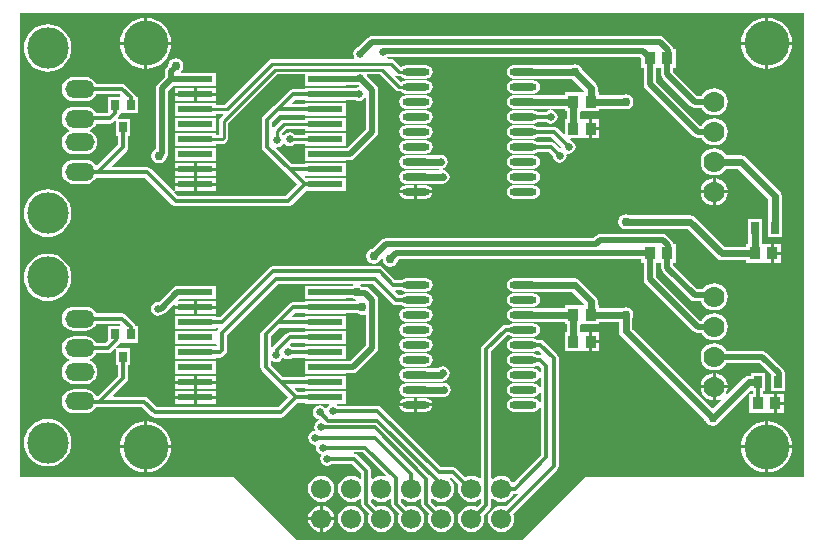
<source format=gtl>
G04*
G04 #@! TF.GenerationSoftware,Altium Limited,Altium Designer,20.0.13 (296)*
G04*
G04 Layer_Physical_Order=1*
G04 Layer_Color=255*
%FSLAX44Y44*%
%MOMM*%
G71*
G01*
G75*
%ADD10C,0.2540*%
%ADD29R,0.9000X1.1000*%
%ADD30R,0.7000X0.9000*%
%ADD31R,0.9500X1.0500*%
%ADD32R,0.7000X1.0000*%
%ADD33R,3.0000X0.5500*%
%ADD34O,2.3000X0.6000*%
%ADD35C,0.5080*%
%ADD36C,0.3048*%
%ADD37C,0.6096*%
%ADD38C,0.3556*%
%ADD39C,0.6350*%
%ADD40C,3.8100*%
%ADD41C,1.7780*%
%ADD42C,1.7000*%
%ADD43C,3.5000*%
%ADD44O,2.5000X1.5240*%
%ADD45C,0.7620*%
G36*
X664210Y0D02*
X478790D01*
X425450Y-53340D01*
X234950D01*
X181610Y0D01*
X0D01*
Y392430D01*
X664210D01*
Y0D01*
D02*
G37*
%LPC*%
G36*
X633730Y388599D02*
Y368300D01*
X654029D01*
X653738Y371262D01*
X652503Y375332D01*
X650498Y379083D01*
X647800Y382370D01*
X644513Y385068D01*
X640762Y387073D01*
X636692Y388308D01*
X633730Y388599D01*
D02*
G37*
G36*
X631190D02*
X628228Y388308D01*
X624158Y387073D01*
X620407Y385068D01*
X617120Y382370D01*
X614422Y379083D01*
X612417Y375332D01*
X611182Y371262D01*
X610891Y368300D01*
X631190D01*
Y388599D01*
D02*
G37*
G36*
X107950D02*
Y368300D01*
X128249D01*
X127958Y371262D01*
X126723Y375332D01*
X124718Y379083D01*
X122020Y382370D01*
X118733Y385068D01*
X114982Y387073D01*
X110912Y388308D01*
X107950Y388599D01*
D02*
G37*
G36*
X105410D02*
X102448Y388308D01*
X98378Y387073D01*
X94627Y385068D01*
X91340Y382370D01*
X88642Y379083D01*
X86637Y375332D01*
X85402Y371262D01*
X85111Y368300D01*
X105410D01*
Y388599D01*
D02*
G37*
G36*
X654029Y365760D02*
X633730D01*
Y345461D01*
X636692Y345752D01*
X640762Y346987D01*
X644513Y348992D01*
X647800Y351690D01*
X650498Y354977D01*
X652503Y358728D01*
X653738Y362798D01*
X654029Y365760D01*
D02*
G37*
G36*
X631190D02*
X610891D01*
X611182Y362798D01*
X612417Y358728D01*
X614422Y354977D01*
X617120Y351690D01*
X620407Y348992D01*
X624158Y346987D01*
X628228Y345752D01*
X631190Y345461D01*
Y365760D01*
D02*
G37*
G36*
X128249D02*
X107950D01*
Y345461D01*
X110912Y345752D01*
X114982Y346987D01*
X118733Y348992D01*
X122020Y351690D01*
X124718Y354977D01*
X126723Y358728D01*
X127958Y362798D01*
X128249Y365760D01*
D02*
G37*
G36*
X105410D02*
X85111D01*
X85402Y362798D01*
X86637Y358728D01*
X88642Y354977D01*
X91340Y351690D01*
X94627Y348992D01*
X98378Y346987D01*
X102448Y345752D01*
X105410Y345461D01*
Y365760D01*
D02*
G37*
G36*
X23700Y383347D02*
X19771Y382960D01*
X15994Y381814D01*
X12513Y379953D01*
X9461Y377449D01*
X6957Y374398D01*
X5096Y370916D01*
X3950Y367138D01*
X3563Y363210D01*
X3950Y359282D01*
X5096Y355504D01*
X6957Y352023D01*
X9461Y348971D01*
X12513Y346467D01*
X15994Y344606D01*
X19771Y343460D01*
X23700Y343073D01*
X27629Y343460D01*
X31406Y344606D01*
X34887Y346467D01*
X37939Y348971D01*
X40443Y352023D01*
X42304Y355504D01*
X43450Y359282D01*
X43837Y363210D01*
X43450Y367138D01*
X42304Y370916D01*
X40443Y374398D01*
X37939Y377449D01*
X34887Y379953D01*
X31406Y381814D01*
X27629Y382960D01*
X23700Y383347D01*
D02*
G37*
G36*
X132080Y354454D02*
X129602Y353962D01*
X127502Y352558D01*
X126098Y350458D01*
X125646Y348184D01*
X124607Y347145D01*
X123485Y345465D01*
X123090Y343483D01*
Y338695D01*
X116987Y332593D01*
X115865Y330912D01*
X115471Y328930D01*
Y277653D01*
X113532Y276358D01*
X112128Y274258D01*
X111636Y271780D01*
X112128Y269302D01*
X113532Y267202D01*
X115632Y265798D01*
X118110Y265306D01*
X120588Y265798D01*
X122688Y267202D01*
X124092Y269302D01*
X124382Y270761D01*
X125435Y272338D01*
X125829Y274320D01*
Y326785D01*
X130107Y331062D01*
X131295Y331260D01*
X131295Y331260D01*
X131295Y331260D01*
X166375D01*
Y341840D01*
X136607D01*
X136221Y343110D01*
X136658Y343402D01*
X138062Y345502D01*
X138554Y347980D01*
X138062Y350458D01*
X136658Y352558D01*
X134558Y353962D01*
X132080Y354454D01*
D02*
G37*
G36*
X469900Y349374D02*
X467422Y348882D01*
X466997Y348597D01*
X426500D01*
X426254Y348549D01*
X418000D01*
X415838Y348119D01*
X414006Y346894D01*
X412781Y345062D01*
X412351Y342900D01*
X412781Y340738D01*
X414006Y338906D01*
X415838Y337681D01*
X418000Y337252D01*
X426254D01*
X426500Y337202D01*
X466997D01*
X467422Y336918D01*
X467924Y336819D01*
X477933Y326810D01*
X477763Y325540D01*
X475790Y325540D01*
X475440Y325540D01*
X461710D01*
Y323198D01*
X426500D01*
X426254Y323148D01*
X418000D01*
X415838Y322719D01*
X414006Y321494D01*
X412781Y319662D01*
X412351Y317500D01*
X412781Y315338D01*
X414006Y313506D01*
X415838Y312281D01*
X418000Y311852D01*
X426254D01*
X426500Y311803D01*
X448980D01*
X449105Y310533D01*
X448844Y310481D01*
X447350Y310183D01*
X445495Y308944D01*
X438770D01*
X437162Y310019D01*
X435000Y310448D01*
X418000D01*
X415838Y310019D01*
X414006Y308794D01*
X412781Y306962D01*
X412351Y304800D01*
X412781Y302638D01*
X414006Y300806D01*
X415838Y299581D01*
X418000Y299151D01*
X435000D01*
X437162Y299581D01*
X438770Y300656D01*
X445495D01*
X447350Y299417D01*
X449580Y298973D01*
X451810Y299417D01*
X453700Y300680D01*
X454963Y302570D01*
X455407Y304800D01*
X454963Y307030D01*
X453700Y308920D01*
X451810Y310183D01*
X450316Y310481D01*
X450055Y310533D01*
X450180Y311803D01*
X461710D01*
Y309460D01*
X463052D01*
Y302680D01*
X461710D01*
Y290396D01*
X460537Y289909D01*
X455233Y295213D01*
X453805Y296168D01*
X452120Y296503D01*
X438383D01*
X437162Y297319D01*
X435000Y297749D01*
X418000D01*
X415838Y297319D01*
X414006Y296094D01*
X412781Y294262D01*
X412351Y292100D01*
X412781Y289938D01*
X414006Y288106D01*
X415838Y286881D01*
X418000Y286451D01*
X435000D01*
X437162Y286881D01*
X438383Y287697D01*
X450296D01*
X458648Y279346D01*
X458147Y278170D01*
X458041Y278088D01*
X457100Y278106D01*
X452693Y282513D01*
X451265Y283468D01*
X449580Y283803D01*
X438383D01*
X437162Y284619D01*
X435000Y285049D01*
X418000D01*
X415838Y284619D01*
X414006Y283394D01*
X412781Y281562D01*
X412351Y279400D01*
X412781Y277238D01*
X414006Y275406D01*
X415838Y274181D01*
X418000Y273752D01*
X435000D01*
X437162Y274181D01*
X438383Y274997D01*
X447756D01*
X451472Y271282D01*
X451817Y269550D01*
X453080Y267660D01*
X454970Y266397D01*
X457200Y265953D01*
X459430Y266397D01*
X461320Y267660D01*
X462583Y269550D01*
X463027Y271780D01*
X462850Y272670D01*
X463930Y273750D01*
X464820Y273573D01*
X467050Y274017D01*
X468940Y275280D01*
X470203Y277170D01*
X470647Y279400D01*
X470203Y281630D01*
X468940Y283520D01*
X467050Y284783D01*
X466198Y284953D01*
X465980Y285330D01*
X466714Y286600D01*
X475440D01*
X475790Y286600D01*
X476710D01*
X477060Y286600D01*
X482480D01*
Y294640D01*
Y302680D01*
X477060D01*
X476710Y302680D01*
X475718D01*
X474448Y303350D01*
Y308562D01*
X475345Y309460D01*
X476710Y309460D01*
X477060Y309460D01*
X490790D01*
Y311803D01*
X510177D01*
X510602Y311518D01*
X513080Y311026D01*
X515558Y311518D01*
X517658Y312922D01*
X519062Y315022D01*
X519554Y317500D01*
X519062Y319978D01*
X517658Y322078D01*
X515558Y323482D01*
X513080Y323974D01*
X510602Y323482D01*
X510177Y323198D01*
X490790D01*
Y325540D01*
X489448D01*
Y329050D01*
X489014Y331230D01*
X487779Y333079D01*
X475981Y344876D01*
X475882Y345378D01*
X474478Y347478D01*
X472378Y348882D01*
X469900Y349374D01*
D02*
G37*
G36*
X166375Y329140D02*
X150105D01*
Y325120D01*
X166375D01*
Y329140D01*
D02*
G37*
G36*
X147565D02*
X131295D01*
Y325120D01*
X147565D01*
Y329140D01*
D02*
G37*
G36*
X435000Y335849D02*
X418000D01*
X415838Y335419D01*
X414006Y334194D01*
X412781Y332362D01*
X412351Y330200D01*
X412781Y328038D01*
X414006Y326206D01*
X415838Y324981D01*
X418000Y324552D01*
X435000D01*
X437162Y324981D01*
X438994Y326206D01*
X440219Y328038D01*
X440648Y330200D01*
X440219Y332362D01*
X438994Y334194D01*
X437162Y335419D01*
X435000Y335849D01*
D02*
G37*
G36*
X166375Y322580D02*
X150105D01*
Y318560D01*
X166375D01*
Y322580D01*
D02*
G37*
G36*
X147565D02*
X131295D01*
Y318560D01*
X147565D01*
Y322580D01*
D02*
G37*
G36*
X344000Y323148D02*
X327000D01*
X324838Y322719D01*
X323006Y321494D01*
X321781Y319662D01*
X321352Y317500D01*
X321781Y315338D01*
X323006Y313506D01*
X324838Y312281D01*
X327000Y311852D01*
X344000D01*
X346162Y312281D01*
X347994Y313506D01*
X349219Y315338D01*
X349649Y317500D01*
X349219Y319662D01*
X347994Y321494D01*
X346162Y322719D01*
X344000Y323148D01*
D02*
G37*
G36*
X541854Y373479D02*
X298450D01*
X296468Y373085D01*
X294788Y371963D01*
X286420Y363595D01*
X286060Y363523D01*
X284170Y362260D01*
X282907Y360370D01*
X282463Y358140D01*
X282907Y355910D01*
X283488Y355040D01*
X282809Y353770D01*
X213995D01*
X212508Y353474D01*
X211248Y352632D01*
X173651Y315035D01*
X166375D01*
Y316440D01*
X131295D01*
Y305860D01*
X166375D01*
Y307265D01*
X171842D01*
X172328Y306092D01*
X169973Y303737D01*
X169131Y302477D01*
X168835Y300990D01*
Y289635D01*
X166375D01*
Y291040D01*
X131295D01*
Y280460D01*
X166375D01*
Y281865D01*
X171232D01*
X172719Y282161D01*
X173979Y283003D01*
X175467Y284491D01*
X176309Y285751D01*
X176605Y287238D01*
Y299381D01*
X218144Y340920D01*
X241295D01*
Y331260D01*
X276375D01*
Y331371D01*
X286676D01*
X286954Y331426D01*
X287433Y330890D01*
X287209Y330233D01*
X286845Y329642D01*
X284790Y329233D01*
X284485Y329030D01*
X276375D01*
Y329140D01*
X241295D01*
Y328253D01*
X231140D01*
X229455Y327918D01*
X228027Y326963D01*
X215327Y314263D01*
X206437Y305373D01*
X205483Y303945D01*
X205147Y302260D01*
Y279400D01*
X205483Y277715D01*
X206437Y276287D01*
X225487Y257237D01*
X235074Y247650D01*
X225506Y238083D01*
X133904D01*
X130614Y241372D01*
X131422Y242360D01*
X132512Y242360D01*
X147565D01*
Y246380D01*
X131295D01*
Y243623D01*
X131295Y242487D01*
X130307Y241679D01*
X111063Y260923D01*
X109635Y261877D01*
X107950Y262213D01*
X78328D01*
X77842Y263386D01*
X90743Y276287D01*
X90743Y276287D01*
X91698Y277715D01*
X92033Y279400D01*
X92033Y279400D01*
Y288920D01*
X93670D01*
Y303000D01*
X83556D01*
X83069Y304173D01*
X84243Y305347D01*
X85197Y306775D01*
X85425Y307920D01*
X87170D01*
X87170Y307920D01*
X88090D01*
Y307920D01*
X88440Y307920D01*
X100170D01*
Y322000D01*
X98245D01*
X98048Y322995D01*
X97093Y324423D01*
X90193Y331323D01*
X88765Y332277D01*
X87080Y332613D01*
X64854D01*
X64555Y333334D01*
X62926Y335456D01*
X60804Y337085D01*
X58332Y338108D01*
X55680Y338458D01*
X45920D01*
X43268Y338108D01*
X40796Y337085D01*
X38674Y335456D01*
X37045Y333334D01*
X36021Y330862D01*
X35672Y328210D01*
X36021Y325558D01*
X37045Y323086D01*
X38674Y320964D01*
X40796Y319335D01*
X43268Y318312D01*
X45920Y317962D01*
X55680D01*
X58332Y318312D01*
X60804Y319335D01*
X62926Y320964D01*
X64555Y323086D01*
X64854Y323807D01*
X84865D01*
X85281Y323270D01*
X84657Y322000D01*
X75090D01*
Y308646D01*
X74376Y307933D01*
X64721D01*
X64555Y308334D01*
X62926Y310456D01*
X60804Y312085D01*
X58332Y313109D01*
X55680Y313458D01*
X45920D01*
X43268Y313109D01*
X40796Y312085D01*
X38674Y310456D01*
X37045Y308334D01*
X36021Y305862D01*
X35672Y303210D01*
X36021Y300558D01*
X37045Y298086D01*
X38674Y295964D01*
X40796Y294335D01*
X41853Y293897D01*
Y292523D01*
X40796Y292085D01*
X38674Y290456D01*
X37045Y288334D01*
X36021Y285862D01*
X35672Y283210D01*
X36021Y280558D01*
X37045Y278086D01*
X38674Y275964D01*
X40796Y274335D01*
X43268Y273312D01*
X45920Y272962D01*
X55680D01*
X58332Y273312D01*
X60804Y274335D01*
X62926Y275964D01*
X64555Y278086D01*
X65578Y280558D01*
X65928Y283210D01*
X65578Y285862D01*
X64555Y288334D01*
X62926Y290456D01*
X60804Y292085D01*
X59747Y292523D01*
Y293897D01*
X60804Y294335D01*
X62926Y295964D01*
X64555Y298086D01*
X64986Y299127D01*
X76200D01*
X77885Y299463D01*
X79313Y300417D01*
X80417Y301521D01*
X81590Y301035D01*
Y288920D01*
X83227D01*
Y281224D01*
X65678Y263674D01*
X64115Y263907D01*
X62926Y265456D01*
X60804Y267085D01*
X58332Y268109D01*
X55680Y268458D01*
X45920D01*
X43268Y268109D01*
X40796Y267085D01*
X38674Y265456D01*
X37045Y263334D01*
X36021Y260862D01*
X35672Y258210D01*
X36021Y255558D01*
X37045Y253086D01*
X38674Y250964D01*
X40796Y249335D01*
X43268Y248312D01*
X45920Y247962D01*
X55680D01*
X58332Y248312D01*
X60804Y249335D01*
X62926Y250964D01*
X64555Y253086D01*
X64688Y253407D01*
X106126D01*
X128967Y230567D01*
X130395Y229613D01*
X132080Y229277D01*
X227330D01*
X229015Y229613D01*
X230443Y230567D01*
X242236Y242360D01*
X276375D01*
Y252940D01*
X242236D01*
X241386Y253790D01*
X241912Y255060D01*
X276375D01*
Y265640D01*
X241295D01*
Y264753D01*
X230424D01*
X217246Y277930D01*
X217872Y279100D01*
X218023Y279070D01*
X220253Y279514D01*
X222143Y280777D01*
X222833Y281809D01*
X224360D01*
X224480Y281630D01*
X226370Y280367D01*
X228600Y279923D01*
X230830Y280367D01*
X232720Y281630D01*
X232878Y281865D01*
X241295D01*
Y280460D01*
X276375D01*
Y291040D01*
X241295D01*
Y289635D01*
X232878D01*
X232720Y289870D01*
X230830Y291133D01*
X228600Y291577D01*
X226370Y291133D01*
X224480Y289870D01*
X224110Y289317D01*
X222667Y289207D01*
X221908Y289961D01*
Y291344D01*
X225129Y294565D01*
X241295D01*
Y293160D01*
X276375D01*
Y303740D01*
X241295D01*
Y302335D01*
X223520D01*
X222033Y302039D01*
X220773Y301197D01*
X215276Y295700D01*
X215223Y295620D01*
X213953Y296005D01*
Y300436D01*
X220264Y306747D01*
X241295D01*
Y305860D01*
X276375D01*
Y316440D01*
X241295D01*
Y315553D01*
X230728D01*
X230242Y316726D01*
X232964Y319447D01*
X241295D01*
Y318560D01*
X276375D01*
Y318671D01*
X284485D01*
X284790Y318467D01*
X287020Y318023D01*
X289250Y318467D01*
X291140Y319730D01*
X292001Y321017D01*
X293270Y320632D01*
Y294245D01*
X277563Y278538D01*
X276375Y278340D01*
X276375Y278340D01*
X276375Y278340D01*
X241295D01*
Y267760D01*
X276375D01*
Y267871D01*
X279400D01*
X281382Y268265D01*
X283062Y269387D01*
X302113Y288438D01*
X303235Y290118D01*
X303629Y292100D01*
Y327660D01*
X303235Y329642D01*
X302113Y331323D01*
X293785Y339650D01*
X293790Y339762D01*
X294503Y340920D01*
X305096D01*
X318563Y327453D01*
X319823Y326611D01*
X321310Y326315D01*
X322933D01*
X323006Y326206D01*
X324838Y324981D01*
X327000Y324552D01*
X344000D01*
X346162Y324981D01*
X347994Y326206D01*
X349219Y328038D01*
X349649Y330200D01*
X349219Y332362D01*
X347994Y334194D01*
X346162Y335419D01*
X344000Y335849D01*
X327000D01*
X324838Y335419D01*
X323006Y334194D01*
X322042Y334961D01*
X318005Y338999D01*
X318815Y339985D01*
X319823Y339311D01*
X321310Y339015D01*
X322933D01*
X323006Y338906D01*
X324838Y337681D01*
X327000Y337252D01*
X344000D01*
X346162Y337681D01*
X347994Y338906D01*
X349219Y340738D01*
X349649Y342900D01*
X349219Y345062D01*
X347994Y346894D01*
X346162Y348119D01*
X344000Y348549D01*
X327000D01*
X324838Y348119D01*
X323006Y346894D01*
X322042Y347661D01*
X317072Y352632D01*
X315812Y353474D01*
X314325Y353770D01*
X311993D01*
X311429Y355040D01*
X311846Y355500D01*
X525273D01*
X526480Y354294D01*
Y346539D01*
X528591D01*
Y332369D01*
X528985Y330387D01*
X530107Y328706D01*
X570378Y288436D01*
X572058Y287313D01*
X574040Y286919D01*
X577784D01*
X578026Y286334D01*
X579858Y283947D01*
X582246Y282115D01*
X585026Y280963D01*
X588010Y280570D01*
X590994Y280963D01*
X593774Y282115D01*
X596162Y283947D01*
X597994Y286334D01*
X599146Y289115D01*
X599539Y292099D01*
X599146Y295083D01*
X597994Y297863D01*
X596162Y300251D01*
X593774Y302083D01*
X590994Y303235D01*
X588010Y303627D01*
X585026Y303235D01*
X582246Y302083D01*
X579858Y300251D01*
X578026Y297863D01*
X577784Y297278D01*
X576185D01*
X538950Y334514D01*
Y346539D01*
X543091D01*
Y340729D01*
X543485Y338747D01*
X544608Y337066D01*
X567837Y313836D01*
X569518Y312714D01*
X571500Y312319D01*
X577784D01*
X578026Y311734D01*
X579858Y309347D01*
X582246Y307515D01*
X585026Y306363D01*
X588010Y305970D01*
X590994Y306363D01*
X593774Y307515D01*
X596162Y309347D01*
X597994Y311734D01*
X599146Y314515D01*
X599539Y317499D01*
X599146Y320483D01*
X597994Y323263D01*
X596162Y325651D01*
X593774Y327483D01*
X590994Y328634D01*
X588010Y329027D01*
X585026Y328634D01*
X582246Y327483D01*
X579858Y325651D01*
X578026Y323263D01*
X577784Y322678D01*
X573645D01*
X553450Y342874D01*
Y346539D01*
X555560D01*
Y362119D01*
X553699D01*
X553425Y363496D01*
X552303Y365177D01*
X552302Y365177D01*
X545517Y371963D01*
X543836Y373085D01*
X541854Y373479D01*
D02*
G37*
G36*
X344000Y310448D02*
X327000D01*
X324838Y310019D01*
X323006Y308794D01*
X321781Y306962D01*
X321352Y304800D01*
X321781Y302638D01*
X323006Y300806D01*
X324838Y299581D01*
X327000Y299151D01*
X344000D01*
X346162Y299581D01*
X347994Y300806D01*
X349219Y302638D01*
X349649Y304800D01*
X349219Y306962D01*
X347994Y308794D01*
X346162Y310019D01*
X344000Y310448D01*
D02*
G37*
G36*
X485020Y302680D02*
Y295910D01*
X490790D01*
Y302680D01*
X485020D01*
D02*
G37*
G36*
X166375Y303740D02*
X131295D01*
Y293160D01*
X166375D01*
Y303740D01*
D02*
G37*
G36*
X490790Y293370D02*
X485020D01*
Y286600D01*
X490790D01*
Y293370D01*
D02*
G37*
G36*
X344000Y297749D02*
X327000D01*
X324838Y297319D01*
X323006Y296094D01*
X321781Y294262D01*
X321352Y292100D01*
X321781Y289938D01*
X323006Y288106D01*
X324838Y286881D01*
X327000Y286451D01*
X344000D01*
X346162Y286881D01*
X347994Y288106D01*
X349219Y289938D01*
X349649Y292100D01*
X349219Y294262D01*
X347994Y296094D01*
X346162Y297319D01*
X344000Y297749D01*
D02*
G37*
G36*
Y285049D02*
X327000D01*
X324838Y284619D01*
X323006Y283394D01*
X321781Y281562D01*
X321352Y279400D01*
X321781Y277238D01*
X323006Y275406D01*
X324838Y274181D01*
X327000Y273752D01*
X344000D01*
X346162Y274181D01*
X347994Y275406D01*
X349219Y277238D01*
X349649Y279400D01*
X349219Y281562D01*
X347994Y283394D01*
X346162Y284619D01*
X344000Y285049D01*
D02*
G37*
G36*
X166375Y278340D02*
X131295D01*
Y267760D01*
X166375D01*
Y278340D01*
D02*
G37*
G36*
Y265640D02*
X150105D01*
Y261620D01*
X166375D01*
Y265640D01*
D02*
G37*
G36*
X147565D02*
X131295D01*
Y261620D01*
X147565D01*
Y265640D01*
D02*
G37*
G36*
X435000Y272348D02*
X418000D01*
X415838Y271919D01*
X414006Y270694D01*
X412781Y268862D01*
X412351Y266700D01*
X412781Y264538D01*
X414006Y262706D01*
X415838Y261481D01*
X418000Y261052D01*
X435000D01*
X437162Y261481D01*
X438994Y262706D01*
X440219Y264538D01*
X440648Y266700D01*
X440219Y268862D01*
X438994Y270694D01*
X437162Y271919D01*
X435000Y272348D01*
D02*
G37*
G36*
X166375Y259080D02*
X150105D01*
Y255060D01*
X166375D01*
Y259080D01*
D02*
G37*
G36*
X147565D02*
X131295D01*
Y255060D01*
X147565D01*
Y259080D01*
D02*
G37*
G36*
X166375Y252940D02*
X150105D01*
Y248920D01*
X166375D01*
Y252940D01*
D02*
G37*
G36*
X147565D02*
X131295D01*
Y248920D01*
X147565D01*
Y252940D01*
D02*
G37*
G36*
X435000Y259648D02*
X418000D01*
X415838Y259219D01*
X414006Y257994D01*
X412781Y256162D01*
X412351Y254000D01*
X412781Y251838D01*
X414006Y250006D01*
X415838Y248781D01*
X418000Y248351D01*
X435000D01*
X437162Y248781D01*
X438994Y250006D01*
X440219Y251838D01*
X440648Y254000D01*
X440219Y256162D01*
X438994Y257994D01*
X437162Y259219D01*
X435000Y259648D01*
D02*
G37*
G36*
X356870Y272527D02*
X356219Y272397D01*
X335500D01*
X335254Y272348D01*
X327000D01*
X324838Y271919D01*
X323006Y270694D01*
X321781Y268862D01*
X321352Y266700D01*
X321781Y264538D01*
X323006Y262706D01*
X324838Y261481D01*
X327000Y261052D01*
X335254D01*
X335500Y261003D01*
X355122D01*
X355155Y260968D01*
X354600Y259697D01*
X335500D01*
X335254Y259648D01*
X327000D01*
X324838Y259219D01*
X323006Y257994D01*
X321781Y256162D01*
X321352Y254000D01*
X321781Y251838D01*
X323006Y250006D01*
X324838Y248781D01*
X327000Y248351D01*
X335254D01*
X335500Y248302D01*
X357489D01*
X358140Y248173D01*
X360370Y248617D01*
X362260Y249880D01*
X363523Y251770D01*
X363967Y254000D01*
X363523Y256230D01*
X362260Y258120D01*
X360370Y259383D01*
X358140Y259827D01*
X358138Y259830D01*
X358703Y261238D01*
X359100Y261317D01*
X360990Y262580D01*
X362253Y264470D01*
X362697Y266700D01*
X362253Y268930D01*
X360990Y270820D01*
X359100Y272083D01*
X356870Y272527D01*
D02*
G37*
G36*
X344000Y246949D02*
X336770D01*
Y242570D01*
X349396D01*
X349219Y243462D01*
X347994Y245294D01*
X346162Y246519D01*
X344000Y246949D01*
D02*
G37*
G36*
X334230D02*
X327000D01*
X324838Y246519D01*
X323006Y245294D01*
X321781Y243462D01*
X321604Y242570D01*
X334230D01*
Y246949D01*
D02*
G37*
G36*
X589280Y252660D02*
Y242569D01*
X599371D01*
X599146Y244283D01*
X597994Y247063D01*
X596162Y249451D01*
X593774Y251283D01*
X590994Y252435D01*
X589280Y252660D01*
D02*
G37*
G36*
X586740D02*
X585026Y252435D01*
X582246Y251283D01*
X579858Y249451D01*
X578026Y247063D01*
X576874Y244283D01*
X576649Y242569D01*
X586740D01*
Y252660D01*
D02*
G37*
G36*
X166375Y246380D02*
X150105D01*
Y242360D01*
X166375D01*
Y246380D01*
D02*
G37*
G36*
X435000Y246949D02*
X418000D01*
X415838Y246519D01*
X414006Y245294D01*
X412781Y243462D01*
X412351Y241300D01*
X412781Y239138D01*
X414006Y237306D01*
X415838Y236081D01*
X418000Y235651D01*
X435000D01*
X437162Y236081D01*
X438994Y237306D01*
X440219Y239138D01*
X440648Y241300D01*
X440219Y243462D01*
X438994Y245294D01*
X437162Y246519D01*
X435000Y246949D01*
D02*
G37*
G36*
X349396Y240030D02*
X336770D01*
Y235651D01*
X344000D01*
X346162Y236081D01*
X347994Y237306D01*
X349219Y239138D01*
X349396Y240030D01*
D02*
G37*
G36*
X334230D02*
X321604D01*
X321781Y239138D01*
X323006Y237306D01*
X324838Y236081D01*
X327000Y235651D01*
X334230D01*
Y240030D01*
D02*
G37*
G36*
X599371Y240029D02*
X589280D01*
Y229937D01*
X590994Y230163D01*
X593774Y231315D01*
X596162Y233147D01*
X597994Y235534D01*
X599146Y238315D01*
X599371Y240029D01*
D02*
G37*
G36*
X586740D02*
X576649D01*
X576874Y238315D01*
X578026Y235534D01*
X579858Y233147D01*
X582246Y231315D01*
X585026Y230163D01*
X586740Y229937D01*
Y240029D01*
D02*
G37*
G36*
X588010Y278227D02*
X585026Y277834D01*
X582246Y276683D01*
X579858Y274851D01*
X578026Y272463D01*
X576874Y269683D01*
X576481Y266699D01*
X576874Y263715D01*
X578026Y260934D01*
X579858Y258547D01*
X582246Y256715D01*
X585026Y255563D01*
X588010Y255170D01*
X590994Y255563D01*
X593774Y256715D01*
X596162Y258547D01*
X597994Y260934D01*
X598022Y261001D01*
X608511D01*
X633993Y235520D01*
Y218360D01*
X633650D01*
Y203280D01*
X645730D01*
Y218360D01*
X645387D01*
Y237880D01*
X644954Y240060D01*
X643719Y241909D01*
X614900Y270728D01*
X613052Y271963D01*
X610871Y272396D01*
X598022D01*
X597994Y272463D01*
X596162Y274851D01*
X593774Y276683D01*
X590994Y277834D01*
X588010Y278227D01*
D02*
G37*
G36*
X23700Y243347D02*
X19771Y242960D01*
X15994Y241814D01*
X12513Y239953D01*
X9461Y237449D01*
X6957Y234398D01*
X5096Y230916D01*
X3950Y227139D01*
X3563Y223210D01*
X3950Y219282D01*
X5096Y215504D01*
X6957Y212022D01*
X9461Y208971D01*
X12513Y206467D01*
X15994Y204606D01*
X19771Y203460D01*
X23700Y203073D01*
X27629Y203460D01*
X31406Y204606D01*
X34887Y206467D01*
X37939Y208971D01*
X40443Y212022D01*
X42304Y215504D01*
X43450Y219282D01*
X43837Y223210D01*
X43450Y227139D01*
X42304Y230916D01*
X40443Y234398D01*
X37939Y237449D01*
X34887Y239953D01*
X31406Y241814D01*
X27629Y242960D01*
X23700Y243347D01*
D02*
G37*
G36*
X644460Y197020D02*
X638440D01*
Y190500D01*
X644460D01*
Y197020D01*
D02*
G37*
G36*
Y187960D02*
X638440D01*
Y181440D01*
X644460D01*
Y187960D01*
D02*
G37*
G36*
X513080Y222374D02*
X510602Y221882D01*
X508502Y220478D01*
X507098Y218378D01*
X506606Y215900D01*
X507098Y213422D01*
X508502Y211322D01*
X510602Y209918D01*
X513080Y209426D01*
X515558Y209918D01*
X515983Y210203D01*
X565330D01*
X590331Y185201D01*
X592180Y183966D01*
X594360Y183533D01*
X615380D01*
Y181440D01*
X635900D01*
Y189230D01*
Y197020D01*
X628377D01*
Y203280D01*
X628730D01*
Y218360D01*
X616650D01*
Y203280D01*
X616982D01*
Y197020D01*
X615380D01*
Y194928D01*
X596720D01*
X571719Y219929D01*
X569870Y221164D01*
X567690Y221597D01*
X515983D01*
X515558Y221882D01*
X513080Y222374D01*
D02*
G37*
G36*
X304800Y178393D02*
X214630D01*
X212945Y178057D01*
X211517Y177103D01*
X169626Y135213D01*
X166375D01*
Y136100D01*
X131295D01*
Y125520D01*
X166375D01*
Y126407D01*
X167879D01*
X167880Y126406D01*
X168227Y125137D01*
X167423Y123935D01*
X166861Y123648D01*
X166288Y123400D01*
X165993Y123400D01*
X131295D01*
Y112820D01*
X165777D01*
X166375Y112820D01*
X167047Y111828D01*
Y111692D01*
X166375Y110700D01*
X131295D01*
Y100120D01*
X166375D01*
Y101007D01*
X169367D01*
X171052Y101342D01*
X172480Y102297D01*
X174563Y104380D01*
X175518Y105808D01*
X175853Y107493D01*
Y120365D01*
X218725Y163237D01*
X281921D01*
X282452Y161967D01*
X281893Y161390D01*
X276375D01*
Y161500D01*
X241295D01*
Y150920D01*
X276375D01*
Y151031D01*
X282072D01*
X283272Y150228D01*
X284624Y149959D01*
X284499Y148689D01*
X276375D01*
Y148800D01*
X241295D01*
Y147913D01*
X231140D01*
X229455Y147577D01*
X228027Y146623D01*
X215327Y133923D01*
X205167Y123763D01*
X204212Y122335D01*
X203877Y120650D01*
Y92710D01*
X204212Y91025D01*
X205167Y89597D01*
X217867Y76897D01*
X227454Y67310D01*
X219156Y59013D01*
X116124D01*
X108523Y66613D01*
X107095Y67568D01*
X105410Y67903D01*
X79598D01*
X79112Y69076D01*
X90743Y80707D01*
X91698Y82135D01*
X92033Y83820D01*
Y94610D01*
X93670D01*
Y108690D01*
X82422D01*
X81896Y109960D01*
X84393Y112457D01*
X85164Y113610D01*
X87170D01*
X87170Y113610D01*
X88090D01*
Y113610D01*
X88440Y113610D01*
X100170D01*
Y127690D01*
X98245D01*
X98048Y128685D01*
X97093Y130113D01*
X90193Y137013D01*
X88765Y137967D01*
X87080Y138303D01*
X64854D01*
X64555Y139024D01*
X62926Y141146D01*
X60804Y142775D01*
X58332Y143799D01*
X55680Y144148D01*
X45920D01*
X43268Y143799D01*
X40796Y142775D01*
X38674Y141146D01*
X37045Y139024D01*
X36021Y136552D01*
X35672Y133900D01*
X36021Y131248D01*
X37045Y128776D01*
X38674Y126654D01*
X40796Y125025D01*
X43268Y124002D01*
X45920Y123652D01*
X55680D01*
X58332Y124002D01*
X60804Y125025D01*
X62926Y126654D01*
X64555Y128776D01*
X64854Y129497D01*
X84865D01*
X85281Y128960D01*
X84657Y127690D01*
X75090D01*
Y115606D01*
X72786Y113303D01*
X64854D01*
X64555Y114024D01*
X62926Y116146D01*
X60804Y117775D01*
X58332Y118799D01*
X55680Y119148D01*
X45920D01*
X43268Y118799D01*
X40796Y117775D01*
X38674Y116146D01*
X37045Y114024D01*
X36021Y111552D01*
X35672Y108900D01*
X36021Y106248D01*
X37045Y103776D01*
X38674Y101654D01*
X40796Y100025D01*
X41853Y99587D01*
Y98213D01*
X40796Y97775D01*
X38674Y96146D01*
X37045Y94024D01*
X36021Y91552D01*
X35672Y88900D01*
X36021Y86248D01*
X37045Y83776D01*
X38674Y81654D01*
X40796Y80025D01*
X43268Y79001D01*
X45920Y78652D01*
X55680D01*
X58332Y79001D01*
X60804Y80025D01*
X62926Y81654D01*
X64555Y83776D01*
X65578Y86248D01*
X65928Y88900D01*
X65578Y91552D01*
X64555Y94024D01*
X62926Y96146D01*
X60804Y97775D01*
X59747Y98213D01*
Y99587D01*
X60804Y100025D01*
X62926Y101654D01*
X64555Y103776D01*
X64854Y104497D01*
X74610D01*
X76295Y104832D01*
X77723Y105787D01*
X80320Y108384D01*
X81590Y107858D01*
Y94610D01*
X83227D01*
Y85644D01*
X66128Y68544D01*
X64630Y68842D01*
X64555Y69024D01*
X62926Y71146D01*
X60804Y72775D01*
X58332Y73798D01*
X55680Y74148D01*
X45920D01*
X43268Y73798D01*
X40796Y72775D01*
X38674Y71146D01*
X37045Y69024D01*
X36021Y66552D01*
X35672Y63900D01*
X36021Y61248D01*
X37045Y58776D01*
X38674Y56654D01*
X40796Y55025D01*
X43268Y54001D01*
X45920Y53652D01*
X55680D01*
X58332Y54001D01*
X60804Y55025D01*
X62926Y56654D01*
X64555Y58776D01*
X64688Y59097D01*
X103586D01*
X111187Y51497D01*
X112615Y50542D01*
X114300Y50207D01*
X220980D01*
X222665Y50542D01*
X224093Y51497D01*
X235504Y62907D01*
X241295D01*
Y62020D01*
X262047D01*
X262432Y60750D01*
X261310Y60000D01*
X260047Y58110D01*
X258702Y57860D01*
X258120Y58730D01*
X256230Y59993D01*
X254000Y60437D01*
X251770Y59993D01*
X249880Y58730D01*
X248617Y56840D01*
X248173Y54610D01*
X248617Y52380D01*
X249880Y50490D01*
X251770Y49227D01*
X252885Y49005D01*
X253129Y48606D01*
X253040Y47293D01*
X251150Y46030D01*
X249887Y44140D01*
X249443Y41910D01*
X249887Y39680D01*
X249065Y38623D01*
X247960Y38403D01*
X246070Y37140D01*
X244807Y35250D01*
X244363Y33020D01*
X244807Y30790D01*
X246070Y28900D01*
X247960Y27637D01*
X250007Y27229D01*
X250191Y27192D01*
X250969Y26053D01*
X250713Y24765D01*
X251157Y22535D01*
X252420Y20645D01*
X254310Y19382D01*
X254896Y19265D01*
X255382Y18092D01*
X254967Y17470D01*
X254523Y15240D01*
X254967Y13010D01*
X256230Y11120D01*
X258120Y9857D01*
X260350Y9413D01*
X262580Y9857D01*
X264435Y11096D01*
X281494D01*
X289362Y3228D01*
Y-1357D01*
X288092Y-1940D01*
X286238Y-517D01*
X283552Y596D01*
X280670Y975D01*
X277788Y596D01*
X275102Y-517D01*
X272796Y-2286D01*
X271027Y-4592D01*
X269914Y-7278D01*
X269535Y-10160D01*
X269914Y-13042D01*
X271027Y-15728D01*
X272796Y-18034D01*
X275102Y-19803D01*
X277788Y-20916D01*
X280670Y-21295D01*
X283552Y-20916D01*
X286238Y-19803D01*
X288092Y-18380D01*
X289362Y-18963D01*
Y-22996D01*
X289678Y-24582D01*
X290576Y-25926D01*
X295904Y-31254D01*
X295314Y-32678D01*
X294935Y-35560D01*
X295314Y-38442D01*
X296427Y-41128D01*
X298196Y-43434D01*
X300502Y-45203D01*
X303188Y-46316D01*
X306070Y-46695D01*
X308952Y-46316D01*
X311638Y-45203D01*
X313944Y-43434D01*
X315713Y-41128D01*
X316826Y-38442D01*
X317205Y-35560D01*
X316826Y-32678D01*
X315713Y-29992D01*
X313944Y-27686D01*
X311638Y-25917D01*
X308952Y-24804D01*
X306070Y-24425D01*
X303188Y-24804D01*
X301764Y-25394D01*
X297650Y-21280D01*
Y-19215D01*
X298920Y-18589D01*
X300502Y-19803D01*
X303188Y-20916D01*
X306070Y-21295D01*
X308952Y-20916D01*
X311638Y-19803D01*
X313356Y-18485D01*
X314626Y-19111D01*
Y-22860D01*
X314942Y-24446D01*
X315840Y-25790D01*
X321304Y-31254D01*
X320714Y-32678D01*
X320335Y-35560D01*
X320714Y-38442D01*
X321827Y-41128D01*
X323596Y-43434D01*
X325902Y-45203D01*
X328588Y-46316D01*
X331470Y-46695D01*
X334352Y-46316D01*
X337038Y-45203D01*
X339344Y-43434D01*
X341113Y-41128D01*
X342226Y-38442D01*
X342605Y-35560D01*
X342226Y-32678D01*
X341113Y-29992D01*
X339344Y-27686D01*
X337038Y-25917D01*
X334352Y-24804D01*
X331470Y-24425D01*
X328588Y-24804D01*
X327164Y-25394D01*
X322914Y-21144D01*
Y-19111D01*
X324184Y-18485D01*
X325902Y-19803D01*
X328588Y-20916D01*
X331470Y-21295D01*
X334352Y-20916D01*
X337038Y-19803D01*
X338756Y-18485D01*
X340026Y-19111D01*
Y-22860D01*
X340342Y-24446D01*
X341240Y-25790D01*
X346704Y-31254D01*
X346114Y-32678D01*
X345735Y-35560D01*
X346114Y-38442D01*
X347227Y-41128D01*
X348996Y-43434D01*
X351302Y-45203D01*
X353988Y-46316D01*
X356870Y-46695D01*
X359752Y-46316D01*
X362438Y-45203D01*
X364744Y-43434D01*
X366513Y-41128D01*
X367626Y-38442D01*
X368005Y-35560D01*
X367626Y-32678D01*
X366513Y-29992D01*
X364744Y-27686D01*
X362438Y-25917D01*
X359752Y-24804D01*
X356870Y-24425D01*
X353988Y-24804D01*
X352564Y-25394D01*
X348314Y-21144D01*
Y-19111D01*
X349584Y-18485D01*
X351302Y-19803D01*
X353988Y-20916D01*
X356870Y-21295D01*
X359752Y-20916D01*
X362438Y-19803D01*
X364744Y-18034D01*
X366513Y-15728D01*
X367626Y-13042D01*
X368005Y-10160D01*
X367626Y-7278D01*
X366513Y-4592D01*
X364744Y-2286D01*
X364217Y-1882D01*
X364629Y-597D01*
X365472Y-492D01*
X371732Y-6752D01*
X371514Y-7278D01*
X371135Y-10160D01*
X371514Y-13042D01*
X372627Y-15728D01*
X374396Y-18034D01*
X376702Y-19803D01*
X379388Y-20916D01*
X382270Y-21295D01*
X385152Y-20916D01*
X387838Y-19803D01*
X389556Y-18485D01*
X390826Y-19111D01*
Y-22414D01*
X387474Y-25766D01*
X385152Y-24804D01*
X382270Y-24425D01*
X379388Y-24804D01*
X376702Y-25917D01*
X374396Y-27686D01*
X372627Y-29992D01*
X371514Y-32678D01*
X371135Y-35560D01*
X371514Y-38442D01*
X372627Y-41128D01*
X374396Y-43434D01*
X376702Y-45203D01*
X379388Y-46316D01*
X382270Y-46695D01*
X385152Y-46316D01*
X387838Y-45203D01*
X390144Y-43434D01*
X391913Y-41128D01*
X393026Y-38442D01*
X393405Y-35560D01*
X393026Y-32678D01*
X392808Y-32152D01*
X397900Y-27060D01*
X398798Y-25716D01*
X399114Y-24130D01*
Y-19111D01*
X400384Y-18485D01*
X402102Y-19803D01*
X404788Y-20916D01*
X407670Y-21295D01*
X410552Y-20916D01*
X413238Y-19803D01*
X415544Y-18034D01*
X417313Y-15728D01*
X417796Y-14563D01*
X419100D01*
X420785Y-14227D01*
X421374Y-13834D01*
X422183Y-14820D01*
X411717Y-25287D01*
X410552Y-24804D01*
X407670Y-24425D01*
X404788Y-24804D01*
X402102Y-25917D01*
X399796Y-27686D01*
X398027Y-29992D01*
X396914Y-32678D01*
X396535Y-35560D01*
X396914Y-38442D01*
X398027Y-41128D01*
X399796Y-43434D01*
X402102Y-45203D01*
X404788Y-46316D01*
X407670Y-46695D01*
X410552Y-46316D01*
X413238Y-45203D01*
X415544Y-43434D01*
X417313Y-41128D01*
X418426Y-38442D01*
X418805Y-35560D01*
X418426Y-32678D01*
X417943Y-31513D01*
X455233Y5777D01*
X456188Y7205D01*
X456523Y8890D01*
Y100330D01*
X456188Y102015D01*
X455233Y103443D01*
X443803Y114873D01*
X442375Y115828D01*
X440690Y116163D01*
X438383D01*
X437162Y116979D01*
X435000Y117409D01*
X418000D01*
X415838Y116979D01*
X414006Y115754D01*
X412781Y113922D01*
X412351Y111760D01*
X412781Y109598D01*
X414006Y107766D01*
X415838Y106541D01*
X418000Y106111D01*
X435000D01*
X437162Y106541D01*
X438383Y107357D01*
X438866D01*
X441659Y104565D01*
X441034Y103394D01*
X440690Y103463D01*
X438383D01*
X437162Y104279D01*
X435000Y104708D01*
X418000D01*
X415838Y104279D01*
X414006Y103054D01*
X412781Y101222D01*
X412351Y99060D01*
X412781Y96898D01*
X414006Y95066D01*
X415838Y93841D01*
X418000Y93412D01*
X435000D01*
X437162Y93841D01*
X438383Y94657D01*
X438866D01*
X441621Y91902D01*
Y87979D01*
X440351Y87854D01*
X440219Y88522D01*
X438994Y90354D01*
X437162Y91579D01*
X435000Y92008D01*
X418000D01*
X415838Y91579D01*
X414006Y90354D01*
X412781Y88522D01*
X412351Y86360D01*
X412781Y84198D01*
X414006Y82366D01*
X415838Y81141D01*
X418000Y80711D01*
X435000D01*
X437162Y81141D01*
X438994Y82366D01*
X440219Y84198D01*
X440351Y84866D01*
X441621Y84741D01*
Y75279D01*
X440351Y75154D01*
X440219Y75822D01*
X438994Y77654D01*
X437162Y78879D01*
X435000Y79309D01*
X418000D01*
X415838Y78879D01*
X414006Y77654D01*
X412781Y75822D01*
X412351Y73660D01*
X412781Y71498D01*
X414006Y69666D01*
X415838Y68441D01*
X418000Y68011D01*
X435000D01*
X437162Y68441D01*
X438994Y69666D01*
X440219Y71498D01*
X440351Y72166D01*
X441621Y72041D01*
Y62579D01*
X440351Y62454D01*
X440219Y63122D01*
X438994Y64954D01*
X437162Y66179D01*
X435000Y66609D01*
X418000D01*
X415838Y66179D01*
X414006Y64954D01*
X412781Y63122D01*
X412351Y60960D01*
X412781Y58798D01*
X414006Y56966D01*
X415838Y55741D01*
X418000Y55311D01*
X435000D01*
X437162Y55741D01*
X438994Y56966D01*
X440219Y58798D01*
X440351Y59466D01*
X441621Y59341D01*
Y18588D01*
X418510Y-4524D01*
X417023Y-4214D01*
X415544Y-2286D01*
X413238Y-517D01*
X410552Y596D01*
X407670Y975D01*
X404788Y596D01*
X402102Y-517D01*
X400643Y-1637D01*
X399373Y-1010D01*
Y106126D01*
X413304Y120057D01*
X414617D01*
X415838Y119241D01*
X418000Y118812D01*
X435000D01*
X437162Y119241D01*
X438994Y120466D01*
X440219Y122298D01*
X440648Y124460D01*
X440219Y126622D01*
X438994Y128454D01*
X437162Y129679D01*
X435000Y130108D01*
X418000D01*
X415838Y129679D01*
X414617Y128863D01*
X411480D01*
X409795Y128527D01*
X408367Y127573D01*
X391857Y111063D01*
X390902Y109635D01*
X390567Y107950D01*
Y-1010D01*
X389297Y-1637D01*
X387838Y-517D01*
X385152Y596D01*
X382270Y975D01*
X379388Y596D01*
X377066Y-366D01*
X369960Y6740D01*
X368616Y7638D01*
X367030Y7954D01*
X356612D01*
X305755Y58810D01*
X304411Y59708D01*
X302825Y60024D01*
X269515D01*
X268428Y60750D01*
X268813Y62020D01*
X276375D01*
Y72600D01*
X241295D01*
Y71713D01*
X235504D01*
X232782Y74434D01*
X233268Y75607D01*
X241295D01*
Y74720D01*
X276375D01*
Y85300D01*
X241295D01*
Y84413D01*
X222804D01*
X212683Y94534D01*
Y97692D01*
X213953Y98371D01*
X215075Y97621D01*
X217304Y97177D01*
X219534Y97621D01*
X221425Y98884D01*
X222435Y100396D01*
X222763Y100774D01*
X223983Y100773D01*
X225100Y100027D01*
X227330Y99583D01*
X229560Y100027D01*
X231028Y101007D01*
X241295D01*
Y100120D01*
X276375D01*
Y110700D01*
X241295D01*
Y109813D01*
X231028D01*
X229560Y110793D01*
X229171Y110871D01*
X228802Y112086D01*
X230424Y113707D01*
X241295D01*
Y112820D01*
X276375D01*
Y123400D01*
X241295D01*
Y122513D01*
X228600D01*
X226915Y122177D01*
X225487Y121223D01*
X214726Y110462D01*
X213953Y109305D01*
X212683Y109573D01*
Y118826D01*
X220264Y126407D01*
X241295D01*
Y125520D01*
X276375D01*
Y136100D01*
X241295D01*
Y135213D01*
X230728D01*
X230242Y136386D01*
X232964Y139107D01*
X241295D01*
Y138220D01*
X276375D01*
Y138330D01*
X285882D01*
X287082Y137528D01*
X289560Y137036D01*
X292001Y137521D01*
X292228Y137555D01*
X293270Y136845D01*
Y111365D01*
X279795Y97889D01*
X276375D01*
Y98000D01*
X241295D01*
Y87420D01*
X276375D01*
Y87530D01*
X281940D01*
X283922Y87925D01*
X285602Y89047D01*
X302113Y105557D01*
X303235Y107238D01*
X303629Y109220D01*
Y149860D01*
X303235Y151842D01*
X302113Y153523D01*
X296248Y159387D01*
X294568Y160509D01*
X292586Y160903D01*
X290155D01*
X288563Y161967D01*
X288948Y163237D01*
X299166D01*
X315657Y146747D01*
X315657Y146747D01*
X317085Y145793D01*
X318770Y145457D01*
X323617D01*
X324838Y144641D01*
X327000Y144212D01*
X344000D01*
X346162Y144641D01*
X347994Y145866D01*
X349219Y147698D01*
X349649Y149860D01*
X349219Y152022D01*
X347994Y153854D01*
X346162Y155079D01*
X344000Y155508D01*
X327000D01*
X324838Y155079D01*
X323617Y154263D01*
X320594D01*
X317872Y156984D01*
X318358Y158157D01*
X323617D01*
X324838Y157341D01*
X327000Y156911D01*
X344000D01*
X346162Y157341D01*
X347994Y158566D01*
X349219Y160398D01*
X349649Y162560D01*
X349219Y164722D01*
X347994Y166554D01*
X346162Y167779D01*
X344000Y168209D01*
X327000D01*
X324838Y167779D01*
X323617Y166963D01*
X318054D01*
X307913Y177103D01*
X306485Y178057D01*
X304800Y178393D01*
D02*
G37*
G36*
X23700Y189037D02*
X19771Y188650D01*
X15994Y187504D01*
X12513Y185643D01*
X9461Y183139D01*
X6957Y180088D01*
X5096Y176606D01*
X3950Y172829D01*
X3563Y168900D01*
X3950Y164972D01*
X5096Y161194D01*
X6957Y157712D01*
X9461Y154661D01*
X12513Y152157D01*
X15994Y150296D01*
X19771Y149150D01*
X23700Y148763D01*
X27629Y149150D01*
X31406Y150296D01*
X34887Y152157D01*
X37939Y154661D01*
X40443Y157712D01*
X42304Y161194D01*
X43450Y164972D01*
X43837Y168900D01*
X43450Y172829D01*
X42304Y176606D01*
X40443Y180088D01*
X37939Y183139D01*
X34887Y185643D01*
X31406Y187504D01*
X27629Y188650D01*
X23700Y189037D01*
D02*
G37*
G36*
X166375Y161500D02*
X131295D01*
Y160947D01*
X129688Y159873D01*
X129688Y159872D01*
X117709Y147894D01*
X116840Y148067D01*
X114610Y147623D01*
X112720Y146360D01*
X111457Y144470D01*
X111013Y142240D01*
X111457Y140010D01*
X112720Y138120D01*
X114610Y136857D01*
X116840Y136413D01*
X119070Y136857D01*
X119375Y137060D01*
X119380D01*
X121362Y137455D01*
X123042Y138577D01*
X130122Y145657D01*
X131295Y145171D01*
Y144780D01*
X147565D01*
Y148800D01*
X134924D01*
X134438Y149973D01*
X135385Y150920D01*
X166375D01*
Y161500D01*
D02*
G37*
G36*
X469900Y168258D02*
X426500D01*
X426254Y168209D01*
X418000D01*
X415838Y167779D01*
X414006Y166554D01*
X412781Y164722D01*
X412351Y162560D01*
X412781Y160398D01*
X414006Y158566D01*
X415838Y157341D01*
X418000Y156911D01*
X426254D01*
X426500Y156862D01*
X467540D01*
X477933Y146470D01*
X477593Y145200D01*
X476710Y145200D01*
X475790D01*
X475440Y145200D01*
X461710D01*
Y142858D01*
X426500D01*
X426254Y142809D01*
X418000D01*
X415838Y142379D01*
X414006Y141154D01*
X412781Y139322D01*
X412351Y137160D01*
X412781Y134998D01*
X414006Y133166D01*
X415838Y131941D01*
X418000Y131511D01*
X426254D01*
X426500Y131462D01*
X461710D01*
Y129120D01*
X463052D01*
Y122340D01*
X461710D01*
Y106260D01*
X475440D01*
X475790Y106260D01*
X476710D01*
X477060Y106260D01*
X482480D01*
Y114300D01*
Y122340D01*
X477060D01*
X476710Y122340D01*
X475718D01*
X474448Y123010D01*
Y128222D01*
X475345Y129120D01*
X476710Y129120D01*
X477060Y129120D01*
X490790D01*
Y131462D01*
X507383D01*
Y123190D01*
X507816Y121010D01*
X509051Y119161D01*
X580659Y47554D01*
X580758Y47052D01*
X582162Y44952D01*
X584262Y43548D01*
X586740Y43056D01*
X589218Y43548D01*
X591318Y44952D01*
X592722Y47052D01*
X592821Y47554D01*
X618163Y72895D01*
X619190Y72470D01*
Y72470D01*
X620817D01*
Y70020D01*
X617920D01*
Y54440D01*
X638440D01*
Y62230D01*
Y70020D01*
X629623D01*
Y72470D01*
X631270D01*
Y87550D01*
X619190D01*
Y85708D01*
X617220D01*
X615040Y85274D01*
X613191Y84039D01*
X599214Y70062D01*
X598138Y70781D01*
X599146Y73215D01*
X599371Y74929D01*
X589280D01*
Y64837D01*
X590994Y65063D01*
X593428Y66071D01*
X594147Y64994D01*
X586740Y57587D01*
X518778Y125550D01*
Y134257D01*
X519062Y134682D01*
X519554Y137160D01*
X519062Y139638D01*
X517658Y141738D01*
X515558Y143142D01*
X513080Y143634D01*
X510602Y143142D01*
X510177Y142858D01*
X490790D01*
Y145200D01*
X489567D01*
Y148590D01*
X489134Y150770D01*
X487899Y152619D01*
X473929Y166589D01*
X472080Y167824D01*
X469900Y168258D01*
D02*
G37*
G36*
X166375Y148800D02*
X150105D01*
Y144780D01*
X166375D01*
Y148800D01*
D02*
G37*
G36*
X435000Y155508D02*
X418000D01*
X415838Y155079D01*
X414006Y153854D01*
X412781Y152022D01*
X412351Y149860D01*
X412781Y147698D01*
X414006Y145866D01*
X415838Y144641D01*
X418000Y144212D01*
X435000D01*
X437162Y144641D01*
X438994Y145866D01*
X440219Y147698D01*
X440648Y149860D01*
X440219Y152022D01*
X438994Y153854D01*
X437162Y155079D01*
X435000Y155508D01*
D02*
G37*
G36*
X544394Y205840D02*
X491490D01*
X489508Y205445D01*
X487827Y204322D01*
X485535Y202029D01*
X309880D01*
X307898Y201635D01*
X306217Y200513D01*
X298658Y192953D01*
X297242Y192672D01*
X295142Y191268D01*
X293738Y189168D01*
X293246Y186690D01*
X293738Y184212D01*
X295142Y182112D01*
X297242Y180708D01*
X299720Y180216D01*
X302198Y180708D01*
X304298Y182112D01*
X305702Y184212D01*
X305804Y184727D01*
X306060Y184850D01*
X307023Y184267D01*
X307243Y184010D01*
X307708Y181672D01*
X309112Y179572D01*
X311212Y178168D01*
X313690Y177676D01*
X316168Y178168D01*
X318268Y179572D01*
X319672Y181672D01*
X319953Y183088D01*
X320914Y184049D01*
X526480D01*
Y181439D01*
X528591D01*
Y167269D01*
X528985Y165287D01*
X530107Y163606D01*
X570378Y123336D01*
X572058Y122213D01*
X574040Y121819D01*
X577784D01*
X578026Y121234D01*
X579858Y118847D01*
X582246Y117015D01*
X585026Y115863D01*
X588010Y115470D01*
X590994Y115863D01*
X593774Y117015D01*
X596162Y118847D01*
X597994Y121234D01*
X599146Y124015D01*
X599539Y126999D01*
X599146Y129983D01*
X597994Y132763D01*
X596162Y135151D01*
X593774Y136983D01*
X590994Y138134D01*
X588010Y138527D01*
X585026Y138134D01*
X582246Y136983D01*
X579858Y135151D01*
X578026Y132763D01*
X577784Y132178D01*
X576185D01*
X538950Y169414D01*
Y181439D01*
X543091D01*
Y176899D01*
X543485Y174917D01*
X544608Y173236D01*
X567837Y150006D01*
X569518Y148883D01*
X571500Y148489D01*
X577258D01*
X578026Y146634D01*
X579858Y144247D01*
X582246Y142415D01*
X585026Y141263D01*
X588010Y140870D01*
X590994Y141263D01*
X593774Y142415D01*
X596162Y144247D01*
X597994Y146634D01*
X599146Y149415D01*
X599539Y152399D01*
X599146Y155383D01*
X597994Y158163D01*
X596162Y160551D01*
X593774Y162383D01*
X590994Y163535D01*
X588010Y163927D01*
X585026Y163535D01*
X582246Y162383D01*
X579858Y160551D01*
X578552Y158848D01*
X573645D01*
X553450Y179044D01*
Y181439D01*
X555560D01*
Y197019D01*
X553699D01*
X553425Y198396D01*
X552303Y200077D01*
X548057Y204322D01*
X546376Y205445D01*
X544394Y205840D01*
D02*
G37*
G36*
X166375Y142240D02*
X150105D01*
Y138220D01*
X166375D01*
Y142240D01*
D02*
G37*
G36*
X147565D02*
X131295D01*
Y138220D01*
X147565D01*
Y142240D01*
D02*
G37*
G36*
X344000Y142809D02*
X327000D01*
X324838Y142379D01*
X323006Y141154D01*
X321781Y139322D01*
X321352Y137160D01*
X321781Y134998D01*
X323006Y133166D01*
X324838Y131941D01*
X327000Y131511D01*
X344000D01*
X346162Y131941D01*
X347994Y133166D01*
X349219Y134998D01*
X349649Y137160D01*
X349219Y139322D01*
X347994Y141154D01*
X346162Y142379D01*
X344000Y142809D01*
D02*
G37*
G36*
Y130108D02*
X327000D01*
X324838Y129679D01*
X323006Y128454D01*
X321781Y126622D01*
X321352Y124460D01*
X321781Y122298D01*
X323006Y120466D01*
X324838Y119241D01*
X327000Y118812D01*
X344000D01*
X346162Y119241D01*
X347994Y120466D01*
X349219Y122298D01*
X349649Y124460D01*
X349219Y126622D01*
X347994Y128454D01*
X346162Y129679D01*
X344000Y130108D01*
D02*
G37*
G36*
X485020Y122340D02*
Y115570D01*
X490790D01*
Y122340D01*
X485020D01*
D02*
G37*
G36*
X490790Y113030D02*
X485020D01*
Y106260D01*
X490790D01*
Y113030D01*
D02*
G37*
G36*
X344000Y117409D02*
X327000D01*
X324838Y116979D01*
X323006Y115754D01*
X321781Y113922D01*
X321352Y111760D01*
X321781Y109598D01*
X323006Y107766D01*
X324838Y106541D01*
X327000Y106111D01*
X344000D01*
X346162Y106541D01*
X347994Y107766D01*
X349219Y109598D01*
X349649Y111760D01*
X349219Y113922D01*
X347994Y115754D01*
X346162Y116979D01*
X344000Y117409D01*
D02*
G37*
G36*
Y104708D02*
X327000D01*
X324838Y104279D01*
X323006Y103054D01*
X321781Y101222D01*
X321352Y99060D01*
X321781Y96898D01*
X323006Y95066D01*
X324838Y93841D01*
X327000Y93412D01*
X344000D01*
X346162Y93841D01*
X347994Y95066D01*
X349219Y96898D01*
X349649Y99060D01*
X349219Y101222D01*
X347994Y103054D01*
X346162Y104279D01*
X344000Y104708D01*
D02*
G37*
G36*
X166375Y98000D02*
X131295D01*
Y87420D01*
X166375D01*
Y98000D01*
D02*
G37*
G36*
Y85300D02*
X150105D01*
Y81280D01*
X166375D01*
Y85300D01*
D02*
G37*
G36*
X147565D02*
X131295D01*
Y81280D01*
X147565D01*
Y85300D01*
D02*
G37*
G36*
X358140Y93457D02*
X355910Y93013D01*
X354479Y92058D01*
X335500D01*
X335254Y92008D01*
X327000D01*
X324838Y91579D01*
X323006Y90354D01*
X321781Y88522D01*
X321352Y86360D01*
X321781Y84198D01*
X323006Y82366D01*
X324838Y81141D01*
X327000Y80711D01*
X335254D01*
X335500Y80662D01*
X356801D01*
X358982Y81096D01*
X360830Y82331D01*
X361501Y83003D01*
X362260Y83510D01*
X363523Y85400D01*
X363967Y87630D01*
X363523Y89860D01*
X362260Y91750D01*
X360370Y93013D01*
X358140Y93457D01*
D02*
G37*
G36*
X589280Y87560D02*
Y77469D01*
X599371D01*
X599146Y79183D01*
X597994Y81963D01*
X596162Y84351D01*
X593774Y86183D01*
X590994Y87334D01*
X589280Y87560D01*
D02*
G37*
G36*
X586740D02*
X585026Y87334D01*
X582246Y86183D01*
X579858Y84351D01*
X578026Y81963D01*
X576874Y79183D01*
X576649Y77469D01*
X586740D01*
Y87560D01*
D02*
G37*
G36*
X166375Y78740D02*
X150105D01*
Y74720D01*
X166375D01*
Y78740D01*
D02*
G37*
G36*
X147565D02*
X131295D01*
Y74720D01*
X147565D01*
Y78740D01*
D02*
G37*
G36*
X588010Y113127D02*
X585026Y112734D01*
X582246Y111583D01*
X579858Y109751D01*
X578026Y107363D01*
X576874Y104583D01*
X576481Y101599D01*
X576874Y98615D01*
X578026Y95834D01*
X579858Y93447D01*
X582246Y91615D01*
X585026Y90463D01*
X588010Y90070D01*
X590994Y90463D01*
X593774Y91615D01*
X596162Y93447D01*
X597994Y95834D01*
X598236Y96419D01*
X626506D01*
X636190Y86735D01*
Y72470D01*
X648270D01*
Y87550D01*
X647800D01*
Y87630D01*
X647405Y89612D01*
X646283Y91292D01*
X632314Y105261D01*
X630633Y106384D01*
X628651Y106778D01*
X598236D01*
X597994Y107363D01*
X596162Y109751D01*
X593774Y111583D01*
X590994Y112734D01*
X588010Y113127D01*
D02*
G37*
G36*
X166375Y72600D02*
X150105D01*
Y68580D01*
X166375D01*
Y72600D01*
D02*
G37*
G36*
X147565D02*
X131295D01*
Y68580D01*
X147565D01*
Y72600D01*
D02*
G37*
G36*
X359410Y79487D02*
X358759Y79358D01*
X335500D01*
X335254Y79309D01*
X327000D01*
X324838Y78879D01*
X323006Y77654D01*
X321781Y75822D01*
X321352Y73660D01*
X321781Y71498D01*
X323006Y69666D01*
X324838Y68441D01*
X327000Y68011D01*
X335254D01*
X335500Y67962D01*
X358759D01*
X359410Y67833D01*
X361640Y68277D01*
X363530Y69540D01*
X364793Y71430D01*
X365237Y73660D01*
X364793Y75890D01*
X363530Y77780D01*
X361640Y79043D01*
X359410Y79487D01*
D02*
G37*
G36*
X586740Y74929D02*
X576649D01*
X576874Y73215D01*
X578026Y70434D01*
X579858Y68047D01*
X582246Y66215D01*
X585026Y65063D01*
X586740Y64837D01*
Y74929D01*
D02*
G37*
G36*
X647000Y70020D02*
X640980D01*
Y63500D01*
X647000D01*
Y70020D01*
D02*
G37*
G36*
X344000Y66609D02*
X336770D01*
Y62230D01*
X349396D01*
X349219Y63122D01*
X347994Y64954D01*
X346162Y66179D01*
X344000Y66609D01*
D02*
G37*
G36*
X334230D02*
X327000D01*
X324838Y66179D01*
X323006Y64954D01*
X321781Y63122D01*
X321604Y62230D01*
X334230D01*
Y66609D01*
D02*
G37*
G36*
X166375Y66040D02*
X150105D01*
Y62020D01*
X166375D01*
Y66040D01*
D02*
G37*
G36*
X147565D02*
X131295D01*
Y62020D01*
X147565D01*
Y66040D01*
D02*
G37*
G36*
X349396Y59690D02*
X336770D01*
Y55311D01*
X344000D01*
X346162Y55741D01*
X347994Y56966D01*
X349219Y58798D01*
X349396Y59690D01*
D02*
G37*
G36*
X334230D02*
X321604D01*
X321781Y58798D01*
X323006Y56966D01*
X324838Y55741D01*
X327000Y55311D01*
X334230D01*
Y59690D01*
D02*
G37*
G36*
X647000Y60960D02*
X640980D01*
Y54440D01*
X647000D01*
Y60960D01*
D02*
G37*
G36*
X633730Y46969D02*
Y26670D01*
X654029D01*
X653738Y29632D01*
X652503Y33702D01*
X650498Y37453D01*
X647800Y40740D01*
X644513Y43438D01*
X640762Y45443D01*
X636692Y46678D01*
X633730Y46969D01*
D02*
G37*
G36*
X631190D02*
X628228Y46678D01*
X624158Y45443D01*
X620407Y43438D01*
X617120Y40740D01*
X614422Y37453D01*
X612417Y33702D01*
X611182Y29632D01*
X610891Y26670D01*
X631190D01*
Y46969D01*
D02*
G37*
G36*
X107950D02*
Y26670D01*
X128249D01*
X127958Y29632D01*
X126723Y33702D01*
X124718Y37453D01*
X122020Y40740D01*
X118733Y43438D01*
X114982Y45443D01*
X110912Y46678D01*
X107950Y46969D01*
D02*
G37*
G36*
X105410D02*
X102448Y46678D01*
X98378Y45443D01*
X94627Y43438D01*
X91340Y40740D01*
X88642Y37453D01*
X86637Y33702D01*
X85402Y29632D01*
X85111Y26670D01*
X105410D01*
Y46969D01*
D02*
G37*
G36*
X23700Y49037D02*
X19771Y48650D01*
X15994Y47504D01*
X12513Y45643D01*
X9461Y43139D01*
X6957Y40087D01*
X5096Y36606D01*
X3950Y32829D01*
X3563Y28900D01*
X3950Y24971D01*
X5096Y21194D01*
X6957Y17713D01*
X9461Y14661D01*
X12513Y12157D01*
X15994Y10296D01*
X19771Y9150D01*
X23700Y8763D01*
X27629Y9150D01*
X31406Y10296D01*
X34887Y12157D01*
X37939Y14661D01*
X40443Y17713D01*
X42304Y21194D01*
X43450Y24971D01*
X43837Y28900D01*
X43450Y32829D01*
X42304Y36606D01*
X40443Y40087D01*
X37939Y43139D01*
X34887Y45643D01*
X31406Y47504D01*
X27629Y48650D01*
X23700Y49037D01*
D02*
G37*
G36*
X654029Y24130D02*
X633730D01*
Y3831D01*
X636692Y4122D01*
X640762Y5357D01*
X644513Y7362D01*
X647800Y10060D01*
X650498Y13347D01*
X652503Y17098D01*
X653738Y21168D01*
X654029Y24130D01*
D02*
G37*
G36*
X631190D02*
X610891D01*
X611182Y21168D01*
X612417Y17098D01*
X614422Y13347D01*
X617120Y10060D01*
X620407Y7362D01*
X624158Y5357D01*
X628228Y4122D01*
X631190Y3831D01*
Y24130D01*
D02*
G37*
G36*
X128249D02*
X107950D01*
Y3831D01*
X110912Y4122D01*
X114982Y5357D01*
X118733Y7362D01*
X122020Y10060D01*
X124718Y13347D01*
X126723Y17098D01*
X127958Y21168D01*
X128249Y24130D01*
D02*
G37*
G36*
X105410D02*
X85111D01*
X85402Y21168D01*
X86637Y17098D01*
X88642Y13347D01*
X91340Y10060D01*
X94627Y7362D01*
X98378Y5357D01*
X102448Y4122D01*
X105410Y3831D01*
Y24130D01*
D02*
G37*
G36*
X255270Y975D02*
X252388Y596D01*
X249702Y-517D01*
X247396Y-2286D01*
X245627Y-4592D01*
X244514Y-7278D01*
X244135Y-10160D01*
X244514Y-13042D01*
X245627Y-15728D01*
X247396Y-18034D01*
X249702Y-19803D01*
X252388Y-20916D01*
X255270Y-21295D01*
X258152Y-20916D01*
X260838Y-19803D01*
X263144Y-18034D01*
X264913Y-15728D01*
X266026Y-13042D01*
X266405Y-10160D01*
X266026Y-7278D01*
X264913Y-4592D01*
X263144Y-2286D01*
X260838Y-517D01*
X258152Y596D01*
X255270Y975D01*
D02*
G37*
G36*
X256540Y-24592D02*
Y-34290D01*
X266238D01*
X266026Y-32678D01*
X264913Y-29992D01*
X263144Y-27686D01*
X260838Y-25917D01*
X258152Y-24804D01*
X256540Y-24592D01*
D02*
G37*
G36*
X254000D02*
X252388Y-24804D01*
X249702Y-25917D01*
X247396Y-27686D01*
X245627Y-29992D01*
X244514Y-32678D01*
X244302Y-34290D01*
X254000D01*
Y-24592D01*
D02*
G37*
G36*
X266238Y-36830D02*
X256540D01*
Y-46528D01*
X258152Y-46316D01*
X260838Y-45203D01*
X263144Y-43434D01*
X264913Y-41128D01*
X266026Y-38442D01*
X266238Y-36830D01*
D02*
G37*
G36*
X254000D02*
X244302D01*
X244514Y-38442D01*
X245627Y-41128D01*
X247396Y-43434D01*
X249702Y-45203D01*
X252388Y-46316D01*
X254000Y-46528D01*
Y-36830D01*
D02*
G37*
G36*
X280670Y-24425D02*
X277788Y-24804D01*
X275102Y-25917D01*
X272796Y-27686D01*
X271027Y-29992D01*
X269914Y-32678D01*
X269535Y-35560D01*
X269914Y-38442D01*
X271027Y-41128D01*
X272796Y-43434D01*
X275102Y-45203D01*
X277788Y-46316D01*
X280670Y-46695D01*
X283552Y-46316D01*
X286238Y-45203D01*
X288544Y-43434D01*
X290313Y-41128D01*
X291426Y-38442D01*
X291805Y-35560D01*
X291426Y-32678D01*
X290313Y-29992D01*
X288544Y-27686D01*
X286238Y-25917D01*
X283552Y-24804D01*
X280670Y-24425D01*
D02*
G37*
%LPD*%
G36*
X310177Y1463D02*
X309457Y386D01*
X308952Y596D01*
X306070Y975D01*
X303188Y596D01*
X300502Y-517D01*
X298920Y-1731D01*
X297650Y-1105D01*
Y4944D01*
X297334Y6530D01*
X296436Y7874D01*
X286140Y18170D01*
X284796Y19068D01*
X283372Y19351D01*
X283497Y20621D01*
X291019D01*
X310177Y1463D01*
D02*
G37*
D10*
X306705Y344805D02*
X321310Y330200D01*
X216535Y344805D02*
X306705D01*
X172720Y300990D02*
X216535Y344805D01*
X314325Y349885D02*
X321310Y342900D01*
X213995Y349885D02*
X314325D01*
X175260Y311150D02*
X213995Y349885D01*
X223520Y298450D02*
X258835D01*
X218023Y292953D02*
X223520Y298450D01*
X218023Y284897D02*
Y292953D01*
X172720Y287238D02*
Y300990D01*
X148835Y285750D02*
X171232D01*
X172720Y287238D01*
X148835Y311150D02*
X175260D01*
X321310Y330200D02*
X335500D01*
X321310Y342900D02*
X335500D01*
X50800Y258210D02*
X51200Y257810D01*
X93980Y315110D02*
X94130Y314960D01*
X50800Y303210D02*
X51120Y303530D01*
X228600Y285750D02*
X258835D01*
D29*
X468750Y137160D02*
D03*
X483750D02*
D03*
X468750Y114300D02*
D03*
X483750D02*
D03*
X468750Y294640D02*
D03*
X483750D02*
D03*
X468750Y317500D02*
D03*
X483750D02*
D03*
D30*
X94130Y120650D02*
D03*
X87630Y101650D02*
D03*
X81130Y120650D02*
D03*
Y314960D02*
D03*
X87630Y295960D02*
D03*
X94130Y314960D02*
D03*
D31*
X533770Y354329D02*
D03*
X548270D02*
D03*
X637170Y189230D02*
D03*
X622670D02*
D03*
X533770Y189229D02*
D03*
X548270D02*
D03*
X639710Y62230D02*
D03*
X625210D02*
D03*
D32*
X622690Y210820D02*
D03*
X639690D02*
D03*
X625230Y80010D02*
D03*
X642230D02*
D03*
D33*
X148835Y298450D02*
D03*
Y336550D02*
D03*
Y323850D02*
D03*
Y311150D02*
D03*
Y247650D02*
D03*
Y260350D02*
D03*
Y273050D02*
D03*
Y285750D02*
D03*
X258835Y273050D02*
D03*
Y311150D02*
D03*
Y285750D02*
D03*
Y336550D02*
D03*
Y323850D02*
D03*
Y298450D02*
D03*
Y247650D02*
D03*
Y260350D02*
D03*
X148835Y118110D02*
D03*
Y156210D02*
D03*
Y143510D02*
D03*
Y130810D02*
D03*
Y67310D02*
D03*
Y80010D02*
D03*
Y92710D02*
D03*
Y105410D02*
D03*
X258835Y92710D02*
D03*
Y130810D02*
D03*
Y105410D02*
D03*
Y156210D02*
D03*
Y143510D02*
D03*
Y118110D02*
D03*
Y67310D02*
D03*
Y80010D02*
D03*
D34*
X426500Y60960D02*
D03*
Y73660D02*
D03*
Y86360D02*
D03*
Y99060D02*
D03*
Y111760D02*
D03*
Y124460D02*
D03*
Y137160D02*
D03*
Y149860D02*
D03*
Y162560D02*
D03*
X335500Y60960D02*
D03*
Y73660D02*
D03*
Y86360D02*
D03*
Y99060D02*
D03*
Y111760D02*
D03*
Y124460D02*
D03*
Y137160D02*
D03*
Y149860D02*
D03*
Y162560D02*
D03*
X426500Y241300D02*
D03*
Y254000D02*
D03*
Y266700D02*
D03*
Y279400D02*
D03*
Y292100D02*
D03*
Y304800D02*
D03*
Y317500D02*
D03*
Y330200D02*
D03*
Y342900D02*
D03*
X335500Y241300D02*
D03*
Y254000D02*
D03*
Y266700D02*
D03*
Y279400D02*
D03*
Y292100D02*
D03*
Y304800D02*
D03*
Y317500D02*
D03*
Y330200D02*
D03*
Y342900D02*
D03*
D35*
X132080Y347293D02*
Y347980D01*
X128270Y343483D02*
X132080Y347293D01*
X128270Y336550D02*
Y343483D01*
X119380Y142240D02*
X133350Y156210D01*
X116840Y142240D02*
X119380D01*
X133350Y156210D02*
X148835D01*
X118110Y271780D02*
X120650Y274320D01*
Y328930D02*
X128270Y336550D01*
X120650Y274320D02*
Y328930D01*
X128270Y336550D02*
X148835D01*
X258835Y273050D02*
X279400D01*
X298450Y292100D01*
Y327660D01*
X288290Y337820D02*
X298450Y327660D01*
X258835Y323850D02*
X287020D01*
X258835Y336550D02*
X286676D01*
X287946Y337820D01*
X288290D01*
X307340Y359664D02*
X308356Y360680D01*
X298450Y368300D02*
X541854D01*
X288290Y358140D02*
X298450Y368300D01*
X308356Y360680D02*
X527419D01*
X531060Y357039D02*
X531560D01*
X533770Y354329D02*
Y354829D01*
X527419Y360680D02*
X531060Y357039D01*
X531560D02*
X533770Y354829D01*
X548640Y354699D02*
Y361514D01*
X541854Y368300D02*
X548640Y361514D01*
X548270Y354329D02*
X548640Y354699D01*
X258835Y92710D02*
X281940D01*
X298450Y109220D02*
Y149860D01*
X281940Y92710D02*
X298450Y109220D01*
X285750Y156210D02*
X286236Y155724D01*
X292586D01*
X298450Y149860D01*
X258835Y143510D02*
X289560D01*
X258835Y156210D02*
X285750D01*
X299720Y186690D02*
X309880Y196850D01*
X313690Y184150D02*
X318769Y189229D01*
X533770D01*
X487680Y196850D02*
X491490Y200660D01*
X309880Y196850D02*
X487680D01*
X491490Y200660D02*
X544394D01*
X548640Y189599D02*
Y196414D01*
X544394Y200660D02*
X548640Y196414D01*
X548270Y189229D02*
X548640Y189599D01*
X588010Y101599D02*
X628651D01*
X642620Y87630D01*
X642230Y80010D02*
X642620Y80400D01*
Y87630D01*
X574040Y292099D02*
X588010D01*
X533770Y332369D02*
Y354329D01*
Y332369D02*
X574040Y292099D01*
X571500Y317499D02*
X588010D01*
X548270Y340729D02*
Y354329D01*
Y340729D02*
X571500Y317499D01*
X533770Y167269D02*
X574040Y126999D01*
X588010D01*
X533770Y167269D02*
Y189229D01*
X586740Y153669D02*
X588010Y152399D01*
X571500Y153669D02*
X586740D01*
X548270Y176899D02*
X571500Y153669D01*
X548270Y176899D02*
Y189229D01*
D36*
X381000Y-10160D02*
X382270D01*
X367030Y3810D02*
X381000Y-10160D01*
X302825Y55880D02*
X354895Y3810D01*
X367030D01*
X344170Y-22860D02*
Y-1587D01*
X255270Y41910D02*
X300673D01*
X344170Y-1587D01*
X302987Y47498D02*
X356870Y-6385D01*
X261112Y47498D02*
X302987D01*
X265430Y55880D02*
X302825D01*
X356870Y-10160D02*
Y-6385D01*
X344170Y-22860D02*
X356870Y-35560D01*
X331470Y-10160D02*
Y2540D01*
X318770Y-22860D02*
X331470Y-35560D01*
X293506Y-22996D02*
X306070Y-35560D01*
X283210Y15240D02*
X293506Y4944D01*
X260350Y15240D02*
X283210D01*
X293506Y-22996D02*
Y4944D01*
X292735Y24765D02*
X318770Y-1270D01*
X300990Y33020D02*
X331470Y2540D01*
X256540Y24765D02*
X292735D01*
X318770Y-22860D02*
Y-1270D01*
X250190Y33020D02*
X300990D01*
X254000Y54610D02*
X261112Y47498D01*
X426500Y304800D02*
X449580D01*
X394970Y-24130D02*
Y-2540D01*
X383540Y-35560D02*
X394970Y-24130D01*
D37*
X513080Y123190D02*
Y137160D01*
Y123190D02*
X586740Y49530D01*
X513080Y215900D02*
X567690D01*
X594360Y189230D02*
X622670D01*
X567690Y215900D02*
X594360Y189230D01*
X610871Y266699D02*
X639690Y237880D01*
X588010Y266699D02*
X610871D01*
X639690Y210820D02*
Y237880D01*
X622670Y189230D02*
X622680Y189240D01*
Y210810D01*
X622690Y210820D01*
X483750Y137160D02*
X513080D01*
X483750Y317500D02*
X513080D01*
X586740Y49530D02*
X617220Y80010D01*
X625230D01*
X483870Y137280D02*
Y148590D01*
X426500Y162560D02*
X469900D01*
X483870Y148590D01*
X468750Y114300D02*
Y137160D01*
X426500D02*
X468750D01*
X335500Y73660D02*
X359410D01*
X335500Y86360D02*
X356801D01*
X358071Y87630D01*
X358140D01*
X335500Y254000D02*
X358140D01*
X335500Y266700D02*
X356870D01*
X469900Y342900D02*
X483750Y329050D01*
X426500Y342900D02*
X469900D01*
X483750Y317500D02*
Y329050D01*
X468750Y294640D02*
Y317500D01*
X426500D02*
X468750D01*
D38*
X394970Y-2540D02*
Y107950D01*
X411480Y124460D01*
X426500Y292100D02*
X452120D01*
X464820Y279400D01*
X449580D02*
X457200Y271780D01*
X426500Y279400D02*
X449580D01*
X209550D02*
Y302260D01*
Y279400D02*
X228600Y260350D01*
X132080Y233680D02*
X227330D01*
X241300Y247650D01*
X66040Y257810D02*
X107950D01*
X132080Y233680D01*
X114300Y54610D02*
X220980D01*
X233680Y67310D01*
X67310Y63500D02*
X105410D01*
X114300Y54610D01*
X208280Y120650D02*
X218440Y130810D01*
X258835D01*
X218440D02*
X231140Y143510D01*
X220980Y80010D02*
X233680Y67310D01*
X208280Y92710D02*
X220980Y80010D01*
X258835D01*
X233680Y67310D02*
X258835D01*
X208280Y92710D02*
Y120650D01*
X231140Y143510D02*
X258835D01*
X148835Y105410D02*
X169367D01*
X171450Y107493D01*
Y122189D01*
Y130810D02*
X214630Y173990D01*
X304800D01*
X148835Y130810D02*
X171450D01*
Y122189D02*
X216901Y167640D01*
X304800Y173990D02*
X316230Y162560D01*
X216901Y167640D02*
X300990D01*
X318770Y149860D01*
X316230Y162560D02*
X335500D01*
X318770Y149860D02*
X335500D01*
X228600Y118110D02*
X258835D01*
X217304Y103005D02*
X217839Y103539D01*
Y107349D01*
X228600Y118110D01*
X227330Y105410D02*
X258835D01*
X382270Y-35560D02*
X383540D01*
X411480Y124460D02*
X426500D01*
X407670Y-35560D02*
X452120Y8890D01*
Y100330D01*
X440690Y99060D02*
X446024Y93726D01*
X419100Y-10160D02*
X446024Y16764D01*
Y93726D01*
X440690Y111760D02*
X452120Y100330D01*
X426500Y99060D02*
X440690D01*
X426500Y111760D02*
X440690D01*
X407670Y-10160D02*
X419100D01*
X625210Y62230D02*
X625220Y62240D01*
Y80000D01*
X625230Y80010D01*
X483750Y137160D02*
X483870Y137280D01*
X50800Y63900D02*
X51200Y63500D01*
X67310D01*
X87630Y83820D02*
Y101650D01*
X67310Y63500D02*
X87630Y83820D01*
X50800Y133900D02*
X87080D01*
X93980Y127000D01*
Y120800D02*
Y127000D01*
Y120800D02*
X94130Y120650D01*
X50800Y108900D02*
X74610D01*
X81280Y115570D01*
X81130Y120650D02*
X81280Y120500D01*
Y115570D02*
Y120500D01*
X231140Y323850D02*
X258835D01*
X218440Y311150D02*
X231140Y323850D01*
X241300Y247650D02*
X258835D01*
X228600Y260350D02*
X241300Y247650D01*
X228600Y260350D02*
X258835D01*
X218440Y311150D02*
X258835D01*
X209550Y302260D02*
X218440Y311150D01*
X87630Y279400D02*
Y295960D01*
X51200Y257810D02*
X66040D01*
X87630Y279400D01*
X50800Y328210D02*
X87080D01*
X93980Y321310D01*
Y315110D02*
Y321310D01*
X76200Y303530D02*
X81130Y308460D01*
Y314960D01*
X51120Y303530D02*
X76200D01*
X588010Y76199D02*
X588195Y76014D01*
X588010Y73863D02*
Y76199D01*
D39*
X218023Y284897D02*
D03*
X228600Y285750D02*
D03*
X265430Y55880D02*
D03*
X255270Y41910D02*
D03*
X254000Y54610D02*
D03*
X250190Y33020D02*
D03*
X256540Y24765D02*
D03*
X260350Y15240D02*
D03*
X116840Y142240D02*
D03*
X287020Y323850D02*
D03*
X288290Y337820D02*
D03*
Y358140D02*
D03*
X307340Y359664D02*
D03*
X449580Y304800D02*
D03*
X464820Y279400D02*
D03*
X457200Y271780D02*
D03*
X227330Y105410D02*
D03*
X217304Y103005D02*
D03*
X358140Y87630D02*
D03*
X359410Y73660D02*
D03*
X356870Y266700D02*
D03*
X358140Y254000D02*
D03*
D40*
X632460Y367030D02*
D03*
Y25400D02*
D03*
X106680Y367030D02*
D03*
Y25400D02*
D03*
D41*
X588010Y317499D02*
D03*
Y292099D02*
D03*
Y266699D02*
D03*
Y241299D02*
D03*
Y152399D02*
D03*
Y126999D02*
D03*
Y101599D02*
D03*
Y76199D02*
D03*
D42*
X331470Y-35560D02*
D03*
X306070D02*
D03*
X280670D02*
D03*
X255270D02*
D03*
X331470Y-10160D02*
D03*
X306070D02*
D03*
X280670D02*
D03*
X255270D02*
D03*
X356870D02*
D03*
Y-35560D02*
D03*
X382270Y-10160D02*
D03*
Y-35560D02*
D03*
X407670Y-10160D02*
D03*
Y-35560D02*
D03*
D43*
X23700Y223210D02*
D03*
Y363210D02*
D03*
Y28900D02*
D03*
Y168900D02*
D03*
D44*
X50800Y258210D02*
D03*
Y283210D02*
D03*
Y303210D02*
D03*
Y328210D02*
D03*
Y63900D02*
D03*
Y88900D02*
D03*
Y108900D02*
D03*
Y133900D02*
D03*
D45*
X132080Y347980D02*
D03*
X469900Y342900D02*
D03*
X513080Y215900D02*
D03*
X118110Y271780D02*
D03*
X289560Y143510D02*
D03*
X285750Y156210D02*
D03*
X313690Y184150D02*
D03*
X299720Y186690D02*
D03*
X513080Y137160D02*
D03*
Y317500D02*
D03*
X586740Y49530D02*
D03*
M02*

</source>
